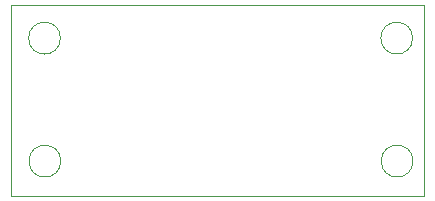
<source format=gbr>
%TF.GenerationSoftware,KiCad,Pcbnew,7.0.10*%
%TF.CreationDate,2024-05-11T20:48:23-04:00*%
%TF.ProjectId,b-clock,622d636c-6f63-46b2-9e6b-696361645f70,rev?*%
%TF.SameCoordinates,Original*%
%TF.FileFunction,Profile,NP*%
%FSLAX46Y46*%
G04 Gerber Fmt 4.6, Leading zero omitted, Abs format (unit mm)*
G04 Created by KiCad (PCBNEW 7.0.10) date 2024-05-11 20:48:23*
%MOMM*%
%LPD*%
G01*
G04 APERTURE LIST*
%TA.AperFunction,Profile*%
%ADD10C,0.100000*%
%TD*%
G04 APERTURE END LIST*
D10*
X121082040Y-81889600D02*
G75*
G03*
X118389160Y-81889600I-1346440J0D01*
G01*
X118389160Y-81889600D02*
G75*
G03*
X121082040Y-81889600I1346440J0D01*
G01*
X150901640Y-81889600D02*
G75*
G03*
X148208760Y-81889600I-1346440J0D01*
G01*
X148208760Y-81889600D02*
G75*
G03*
X150901640Y-81889600I1346440J0D01*
G01*
X116865400Y-68707000D02*
X151866600Y-68707000D01*
X151866600Y-84810600D01*
X116865400Y-84810600D01*
X116865400Y-68707000D01*
X150876240Y-71475600D02*
G75*
G03*
X148183360Y-71475600I-1346440J0D01*
G01*
X148183360Y-71475600D02*
G75*
G03*
X150876240Y-71475600I1346440J0D01*
G01*
X121056640Y-71475600D02*
G75*
G03*
X118363760Y-71475600I-1346440J0D01*
G01*
X118363760Y-71475600D02*
G75*
G03*
X121056640Y-71475600I1346440J0D01*
G01*
M02*

</source>
